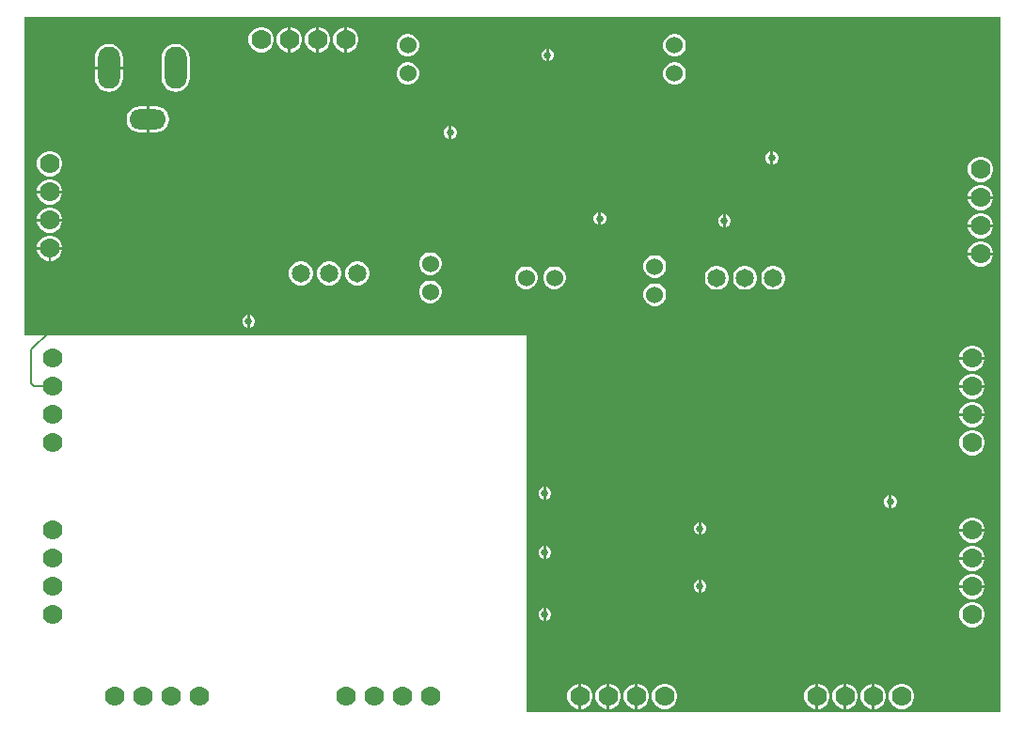
<source format=gbl>
G04*
G04 #@! TF.GenerationSoftware,Altium Limited,Altium Designer,24.1.2 (44)*
G04*
G04 Layer_Physical_Order=2*
G04 Layer_Color=16711680*
%FSLAX44Y44*%
%MOMM*%
G71*
G04*
G04 #@! TF.SameCoordinates,F364B903-5596-4D6A-ADCC-369FF5D97E13*
G04*
G04*
G04 #@! TF.FilePolarity,Positive*
G04*
G01*
G75*
%ADD12C,0.1524*%
%ADD36C,1.5240*%
%ADD37C,1.6500*%
%ADD38O,2.0000X3.8000*%
%ADD39O,3.3000X1.8000*%
%ADD40C,1.7780*%
%ADD41C,0.6350*%
G36*
X883820Y3909D02*
X457200D01*
Y342900D01*
X5179D01*
Y629821D01*
X883820D01*
Y3909D01*
D02*
G37*
%LPC*%
G36*
X296145Y621030D02*
X295910D01*
Y609600D01*
Y598170D01*
X296145D01*
X299052Y598949D01*
X301658Y600454D01*
X303786Y602582D01*
X305291Y605188D01*
X306070Y608095D01*
Y611105D01*
X305291Y614012D01*
X303786Y616618D01*
X301658Y618746D01*
X299052Y620251D01*
X296145Y621030D01*
D02*
G37*
G36*
X293370D02*
X293135D01*
X290228Y620251D01*
X287622Y618746D01*
X285494Y616618D01*
X283989Y614012D01*
X283210Y611105D01*
Y608095D01*
X283989Y605188D01*
X285494Y602582D01*
X287622Y600454D01*
X290228Y598949D01*
X293135Y598170D01*
X293370D01*
Y609600D01*
Y621030D01*
D02*
G37*
G36*
X270745D02*
X270510D01*
Y609600D01*
Y598170D01*
X270745D01*
X273652Y598949D01*
X276258Y600454D01*
X278386Y602582D01*
X279891Y605188D01*
X280670Y608095D01*
Y611105D01*
X279891Y614012D01*
X278386Y616618D01*
X276258Y618746D01*
X273652Y620251D01*
X270745Y621030D01*
D02*
G37*
G36*
X267970D02*
X267735D01*
X264828Y620251D01*
X262222Y618746D01*
X260094Y616618D01*
X258589Y614012D01*
X257810Y611105D01*
Y608095D01*
X258589Y605188D01*
X260094Y602582D01*
X262222Y600454D01*
X264828Y598949D01*
X267735Y598170D01*
X267970D01*
Y609600D01*
Y621030D01*
D02*
G37*
G36*
X245345D02*
X245110D01*
Y609600D01*
Y598170D01*
X245345D01*
X248252Y598949D01*
X250858Y600454D01*
X252986Y602582D01*
X254491Y605188D01*
X255270Y608095D01*
Y611105D01*
X254491Y614012D01*
X252986Y616618D01*
X250858Y618746D01*
X248252Y620251D01*
X245345Y621030D01*
D02*
G37*
G36*
X242570D02*
X242335D01*
X239428Y620251D01*
X236822Y618746D01*
X234694Y616618D01*
X233189Y614012D01*
X232410Y611105D01*
Y608095D01*
X233189Y605188D01*
X234694Y602582D01*
X236822Y600454D01*
X239428Y598949D01*
X242335Y598170D01*
X242570D01*
Y609600D01*
Y621030D01*
D02*
G37*
G36*
X219945D02*
X216935D01*
X214028Y620251D01*
X211422Y618746D01*
X209294Y616618D01*
X207789Y614012D01*
X207010Y611105D01*
Y608095D01*
X207789Y605188D01*
X209294Y602582D01*
X211422Y600454D01*
X214028Y598949D01*
X216935Y598170D01*
X219945D01*
X222852Y598949D01*
X225458Y600454D01*
X227586Y602582D01*
X229091Y605188D01*
X229870Y608095D01*
Y611105D01*
X229091Y614012D01*
X227586Y616618D01*
X225458Y618746D01*
X222852Y620251D01*
X219945Y621030D01*
D02*
G37*
G36*
X591888Y614680D02*
X589212D01*
X586628Y613988D01*
X584312Y612650D01*
X582420Y610758D01*
X581082Y608442D01*
X580390Y605858D01*
Y603182D01*
X581082Y600598D01*
X582420Y598282D01*
X584312Y596390D01*
X586628Y595052D01*
X589212Y594360D01*
X591888D01*
X594472Y595052D01*
X596788Y596390D01*
X598680Y598282D01*
X600018Y600598D01*
X600710Y603182D01*
Y605858D01*
X600018Y608442D01*
X598680Y610758D01*
X596788Y612650D01*
X594472Y613988D01*
X591888Y614680D01*
D02*
G37*
G36*
X351858D02*
X349182D01*
X346598Y613988D01*
X344282Y612650D01*
X342390Y610758D01*
X341052Y608442D01*
X340360Y605858D01*
Y603182D01*
X341052Y600598D01*
X342390Y598282D01*
X344282Y596390D01*
X346598Y595052D01*
X349182Y594360D01*
X351858D01*
X354442Y595052D01*
X356758Y596390D01*
X358650Y598282D01*
X359988Y600598D01*
X360680Y603182D01*
Y605858D01*
X359988Y608442D01*
X358650Y610758D01*
X356758Y612650D01*
X354442Y613988D01*
X351858Y614680D01*
D02*
G37*
G36*
X477520Y601290D02*
Y595630D01*
Y589970D01*
X479487Y590785D01*
X481095Y592393D01*
X481965Y594493D01*
Y596767D01*
X481095Y598867D01*
X479487Y600475D01*
X477520Y601290D01*
D02*
G37*
G36*
X474980D02*
X473013Y600475D01*
X471405Y598867D01*
X470535Y596767D01*
Y594493D01*
X471405Y592393D01*
X473013Y590785D01*
X474980Y589970D01*
Y595630D01*
Y601290D01*
D02*
G37*
G36*
X81280Y605848D02*
X78006Y605417D01*
X74956Y604154D01*
X72336Y602144D01*
X70326Y599524D01*
X69063Y596474D01*
X68632Y593200D01*
Y585470D01*
X81280D01*
X93928D01*
Y593200D01*
X93497Y596474D01*
X92234Y599524D01*
X90224Y602144D01*
X87604Y604154D01*
X84554Y605417D01*
X81280Y605848D01*
D02*
G37*
G36*
X591888Y589280D02*
X589212D01*
X586628Y588588D01*
X584312Y587250D01*
X582420Y585358D01*
X581082Y583042D01*
X580390Y580458D01*
Y577782D01*
X581082Y575198D01*
X582420Y572882D01*
X584312Y570990D01*
X586628Y569652D01*
X589212Y568960D01*
X591888D01*
X594472Y569652D01*
X596788Y570990D01*
X598680Y572882D01*
X600018Y575198D01*
X600710Y577782D01*
Y580458D01*
X600018Y583042D01*
X598680Y585358D01*
X596788Y587250D01*
X594472Y588588D01*
X591888Y589280D01*
D02*
G37*
G36*
X351858D02*
X349182D01*
X346598Y588588D01*
X344282Y587250D01*
X342390Y585358D01*
X341052Y583042D01*
X340360Y580458D01*
Y577782D01*
X341052Y575198D01*
X342390Y572882D01*
X344282Y570990D01*
X346598Y569652D01*
X349182Y568960D01*
X351858D01*
X354442Y569652D01*
X356758Y570990D01*
X358650Y572882D01*
X359988Y575198D01*
X360680Y577782D01*
Y580458D01*
X359988Y583042D01*
X358650Y585358D01*
X356758Y587250D01*
X354442Y588588D01*
X351858Y589280D01*
D02*
G37*
G36*
X141280Y605848D02*
X138006Y605417D01*
X134956Y604154D01*
X132336Y602144D01*
X130326Y599524D01*
X129063Y596474D01*
X128632Y593200D01*
Y575200D01*
X129063Y571926D01*
X130326Y568876D01*
X132336Y566256D01*
X134956Y564246D01*
X138006Y562983D01*
X141280Y562552D01*
X144554Y562983D01*
X147604Y564246D01*
X150224Y566256D01*
X152234Y568876D01*
X153497Y571926D01*
X153928Y575200D01*
Y593200D01*
X153497Y596474D01*
X152234Y599524D01*
X150224Y602144D01*
X147604Y604154D01*
X144554Y605417D01*
X141280Y605848D01*
D02*
G37*
G36*
X93928Y582930D02*
X81280D01*
X68632D01*
Y575200D01*
X69063Y571926D01*
X70326Y568876D01*
X72336Y566256D01*
X74956Y564246D01*
X78006Y562983D01*
X81280Y562552D01*
X84554Y562983D01*
X87604Y564246D01*
X90224Y566256D01*
X92234Y568876D01*
X93497Y571926D01*
X93928Y575200D01*
Y582930D01*
D02*
G37*
G36*
X123780Y549339D02*
X117550D01*
Y537700D01*
Y526060D01*
X123780D01*
X126793Y526457D01*
X129600Y527620D01*
X132010Y529470D01*
X133860Y531880D01*
X135023Y534687D01*
X135420Y537700D01*
X135023Y540713D01*
X133860Y543520D01*
X132010Y545930D01*
X129600Y547780D01*
X126793Y548943D01*
X123780Y549339D01*
D02*
G37*
G36*
X115010D02*
X108780D01*
X105767Y548943D01*
X102960Y547780D01*
X100550Y545930D01*
X98700Y543520D01*
X97537Y540713D01*
X97140Y537700D01*
X97537Y534687D01*
X98700Y531880D01*
X100550Y529470D01*
X102960Y527620D01*
X105767Y526457D01*
X108780Y526060D01*
X115010D01*
Y537700D01*
Y549339D01*
D02*
G37*
G36*
X389890Y531440D02*
Y525780D01*
Y520120D01*
X391857Y520935D01*
X393465Y522543D01*
X394335Y524643D01*
Y526917D01*
X393465Y529017D01*
X391857Y530625D01*
X389890Y531440D01*
D02*
G37*
G36*
X387350D02*
X385383Y530625D01*
X383775Y529017D01*
X382905Y526917D01*
Y524643D01*
X383775Y522543D01*
X385383Y520935D01*
X387350Y520120D01*
Y525780D01*
Y531440D01*
D02*
G37*
G36*
X679450Y508580D02*
Y502920D01*
Y497260D01*
X681417Y498075D01*
X683025Y499683D01*
X683895Y501783D01*
Y504057D01*
X683025Y506157D01*
X681417Y507765D01*
X679450Y508580D01*
D02*
G37*
G36*
X676910D02*
X674943Y507765D01*
X673335Y506157D01*
X672465Y504057D01*
Y501783D01*
X673335Y499683D01*
X674943Y498075D01*
X676910Y497260D01*
Y502920D01*
Y508580D01*
D02*
G37*
G36*
X29445Y509270D02*
X26435D01*
X23528Y508491D01*
X20922Y506986D01*
X18794Y504858D01*
X17289Y502252D01*
X16510Y499345D01*
Y496335D01*
X17289Y493428D01*
X18794Y490822D01*
X20922Y488694D01*
X23528Y487189D01*
X26435Y486410D01*
X29445D01*
X32352Y487189D01*
X34958Y488694D01*
X37086Y490822D01*
X38591Y493428D01*
X39370Y496335D01*
Y499345D01*
X38591Y502252D01*
X37086Y504858D01*
X34958Y506986D01*
X32352Y508491D01*
X29445Y509270D01*
D02*
G37*
G36*
X867645Y504190D02*
X864635D01*
X861728Y503411D01*
X859122Y501906D01*
X856994Y499778D01*
X855489Y497172D01*
X854710Y494265D01*
Y491255D01*
X855489Y488348D01*
X856994Y485742D01*
X859122Y483614D01*
X861728Y482109D01*
X864635Y481330D01*
X867645D01*
X870552Y482109D01*
X873158Y483614D01*
X875286Y485742D01*
X876791Y488348D01*
X877570Y491255D01*
Y494265D01*
X876791Y497172D01*
X875286Y499778D01*
X873158Y501906D01*
X870552Y503411D01*
X867645Y504190D01*
D02*
G37*
G36*
X29445Y483870D02*
X26435D01*
X23528Y483091D01*
X20922Y481586D01*
X18794Y479458D01*
X17289Y476852D01*
X16510Y473945D01*
Y473710D01*
X27940D01*
X39370D01*
Y473945D01*
X38591Y476852D01*
X37086Y479458D01*
X34958Y481586D01*
X32352Y483091D01*
X29445Y483870D01*
D02*
G37*
G36*
X867645Y478790D02*
X864635D01*
X861728Y478011D01*
X859122Y476506D01*
X856994Y474378D01*
X855489Y471772D01*
X854710Y468865D01*
Y468630D01*
X866140D01*
X877570D01*
Y468865D01*
X876791Y471772D01*
X875286Y474378D01*
X873158Y476506D01*
X870552Y478011D01*
X867645Y478790D01*
D02*
G37*
G36*
X39370Y471170D02*
X27940D01*
X16510D01*
Y470935D01*
X17289Y468028D01*
X18794Y465422D01*
X20922Y463294D01*
X23528Y461789D01*
X26435Y461010D01*
X29445D01*
X32352Y461789D01*
X34958Y463294D01*
X37086Y465422D01*
X38591Y468028D01*
X39370Y470935D01*
Y471170D01*
D02*
G37*
G36*
X877570Y466090D02*
X866140D01*
X854710D01*
Y465855D01*
X855489Y462948D01*
X856994Y460342D01*
X859122Y458214D01*
X861728Y456709D01*
X864635Y455930D01*
X867645D01*
X870552Y456709D01*
X873158Y458214D01*
X875286Y460342D01*
X876791Y462948D01*
X877570Y465855D01*
Y466090D01*
D02*
G37*
G36*
X29445Y458470D02*
X26435D01*
X23528Y457691D01*
X20922Y456186D01*
X18794Y454058D01*
X17289Y451452D01*
X16510Y448545D01*
Y448310D01*
X27940D01*
X39370D01*
Y448545D01*
X38591Y451452D01*
X37086Y454058D01*
X34958Y456186D01*
X32352Y457691D01*
X29445Y458470D01*
D02*
G37*
G36*
X867645Y453390D02*
X864635D01*
X861728Y452611D01*
X859122Y451106D01*
X856994Y448978D01*
X855489Y446372D01*
X854710Y443465D01*
Y443230D01*
X866140D01*
X877570D01*
Y443465D01*
X876791Y446372D01*
X875286Y448978D01*
X873158Y451106D01*
X870552Y452611D01*
X867645Y453390D01*
D02*
G37*
G36*
X524510Y453970D02*
Y448310D01*
Y442650D01*
X526477Y443465D01*
X528085Y445073D01*
X528955Y447173D01*
Y449447D01*
X528085Y451547D01*
X526477Y453155D01*
X524510Y453970D01*
D02*
G37*
G36*
X521970D02*
X520003Y453155D01*
X518395Y451547D01*
X517525Y449447D01*
Y447173D01*
X518395Y445073D01*
X520003Y443465D01*
X521970Y442650D01*
Y448310D01*
Y453970D01*
D02*
G37*
G36*
X636770Y451930D02*
Y446270D01*
Y440610D01*
X638737Y441425D01*
X640345Y443033D01*
X641215Y445133D01*
Y447407D01*
X640345Y449507D01*
X638737Y451115D01*
X636770Y451930D01*
D02*
G37*
G36*
X634230D02*
X632263Y451115D01*
X630655Y449507D01*
X629785Y447407D01*
Y445133D01*
X630655Y443033D01*
X632263Y441425D01*
X634230Y440610D01*
Y446270D01*
Y451930D01*
D02*
G37*
G36*
X39370Y445770D02*
X27940D01*
X16510D01*
Y445535D01*
X17289Y442628D01*
X18794Y440022D01*
X20922Y437894D01*
X23528Y436389D01*
X26435Y435610D01*
X29445D01*
X32352Y436389D01*
X34958Y437894D01*
X37086Y440022D01*
X38591Y442628D01*
X39370Y445535D01*
Y445770D01*
D02*
G37*
G36*
X877570Y440690D02*
X866140D01*
X854710D01*
Y440455D01*
X855489Y437548D01*
X856994Y434942D01*
X859122Y432814D01*
X861728Y431309D01*
X864635Y430530D01*
X867645D01*
X870552Y431309D01*
X873158Y432814D01*
X875286Y434942D01*
X876791Y437548D01*
X877570Y440455D01*
Y440690D01*
D02*
G37*
G36*
X29445Y433070D02*
X26435D01*
X23528Y432291D01*
X20922Y430786D01*
X18794Y428658D01*
X17289Y426052D01*
X16510Y423145D01*
Y422910D01*
X27940D01*
X39370D01*
Y423145D01*
X38591Y426052D01*
X37086Y428658D01*
X34958Y430786D01*
X32352Y432291D01*
X29445Y433070D01*
D02*
G37*
G36*
X867645Y427990D02*
X864635D01*
X861728Y427211D01*
X859122Y425706D01*
X856994Y423578D01*
X855489Y420972D01*
X854710Y418065D01*
Y417830D01*
X866140D01*
X877570D01*
Y418065D01*
X876791Y420972D01*
X875286Y423578D01*
X873158Y425706D01*
X870552Y427211D01*
X867645Y427990D01*
D02*
G37*
G36*
X39370Y420370D02*
X27940D01*
X16510D01*
Y420135D01*
X17289Y417228D01*
X18794Y414622D01*
X20922Y412494D01*
X23528Y410989D01*
X26435Y410210D01*
X29445D01*
X32352Y410989D01*
X34958Y412494D01*
X37086Y414622D01*
X38591Y417228D01*
X39370Y420135D01*
Y420370D01*
D02*
G37*
G36*
X877570Y415290D02*
X866140D01*
X854710D01*
Y415055D01*
X855489Y412148D01*
X856994Y409542D01*
X859122Y407414D01*
X861728Y405909D01*
X864635Y405130D01*
X867645D01*
X870552Y405909D01*
X873158Y407414D01*
X875286Y409542D01*
X876791Y412148D01*
X877570Y415055D01*
Y415290D01*
D02*
G37*
G36*
X372178Y417830D02*
X369502D01*
X366918Y417138D01*
X364602Y415800D01*
X362710Y413908D01*
X361372Y411592D01*
X360680Y409008D01*
Y406332D01*
X361372Y403748D01*
X362710Y401432D01*
X364602Y399540D01*
X366918Y398202D01*
X369502Y397510D01*
X372178D01*
X374762Y398202D01*
X377078Y399540D01*
X378970Y401432D01*
X380308Y403748D01*
X381000Y406332D01*
Y409008D01*
X380308Y411592D01*
X378970Y413908D01*
X377078Y415800D01*
X374762Y417138D01*
X372178Y417830D01*
D02*
G37*
G36*
X574108Y415290D02*
X571432D01*
X568848Y414598D01*
X566532Y413260D01*
X564640Y411368D01*
X563302Y409052D01*
X562610Y406468D01*
Y403792D01*
X563302Y401208D01*
X564640Y398892D01*
X566532Y397000D01*
X568848Y395662D01*
X571432Y394970D01*
X574108D01*
X576692Y395662D01*
X579008Y397000D01*
X580900Y398892D01*
X582238Y401208D01*
X582930Y403792D01*
Y406468D01*
X582238Y409052D01*
X580900Y411368D01*
X579008Y413260D01*
X576692Y414598D01*
X574108Y415290D01*
D02*
G37*
G36*
X306220Y409570D02*
X303379D01*
X300635Y408835D01*
X298175Y407414D01*
X296166Y405405D01*
X294745Y402945D01*
X294010Y400201D01*
Y397360D01*
X294745Y394615D01*
X296166Y392155D01*
X298175Y390146D01*
X300635Y388725D01*
X303379Y387990D01*
X306220D01*
X308965Y388725D01*
X311425Y390146D01*
X313434Y392155D01*
X314855Y394615D01*
X315590Y397360D01*
Y400201D01*
X314855Y402945D01*
X313434Y405405D01*
X311425Y407414D01*
X308965Y408835D01*
X306220Y409570D01*
D02*
G37*
G36*
X280821D02*
X277980D01*
X275235Y408835D01*
X272775Y407414D01*
X270766Y405405D01*
X269345Y402945D01*
X268610Y400201D01*
Y397360D01*
X269345Y394615D01*
X270766Y392155D01*
X272775Y390146D01*
X275235Y388725D01*
X277980Y387990D01*
X280821D01*
X283565Y388725D01*
X286025Y390146D01*
X288034Y392155D01*
X289455Y394615D01*
X290190Y397360D01*
Y400201D01*
X289455Y402945D01*
X288034Y405405D01*
X286025Y407414D01*
X283565Y408835D01*
X280821Y409570D01*
D02*
G37*
G36*
X255420D02*
X252579D01*
X249835Y408835D01*
X247375Y407414D01*
X245366Y405405D01*
X243945Y402945D01*
X243210Y400201D01*
Y397360D01*
X243945Y394615D01*
X245366Y392155D01*
X247375Y390146D01*
X249835Y388725D01*
X252579Y387990D01*
X255420D01*
X258165Y388725D01*
X260625Y390146D01*
X262634Y392155D01*
X264055Y394615D01*
X264790Y397360D01*
Y400201D01*
X264055Y402945D01*
X262634Y405405D01*
X260625Y407414D01*
X258165Y408835D01*
X255420Y409570D01*
D02*
G37*
G36*
X483938Y405130D02*
X481262D01*
X478678Y404438D01*
X476362Y403100D01*
X474470Y401208D01*
X473132Y398892D01*
X472440Y396308D01*
Y393632D01*
X473132Y391048D01*
X474470Y388732D01*
X476362Y386840D01*
X478678Y385502D01*
X481262Y384810D01*
X483938D01*
X486522Y385502D01*
X488838Y386840D01*
X490730Y388732D01*
X492068Y391048D01*
X492760Y393632D01*
Y396308D01*
X492068Y398892D01*
X490730Y401208D01*
X488838Y403100D01*
X486522Y404438D01*
X483938Y405130D01*
D02*
G37*
G36*
X458538D02*
X455862D01*
X453278Y404438D01*
X450962Y403100D01*
X449070Y401208D01*
X447732Y398892D01*
X447040Y396308D01*
Y393632D01*
X447732Y391048D01*
X449070Y388732D01*
X450962Y386840D01*
X453278Y385502D01*
X455862Y384810D01*
X458538D01*
X461122Y385502D01*
X463438Y386840D01*
X465330Y388732D01*
X466668Y391048D01*
X467360Y393632D01*
Y396308D01*
X466668Y398892D01*
X465330Y401208D01*
X463438Y403100D01*
X461122Y404438D01*
X458538Y405130D01*
D02*
G37*
G36*
X680871Y405760D02*
X678029D01*
X675285Y405025D01*
X672825Y403604D01*
X670816Y401595D01*
X669395Y399135D01*
X668660Y396390D01*
Y393549D01*
X669395Y390805D01*
X670816Y388345D01*
X672825Y386336D01*
X675285Y384915D01*
X678029Y384180D01*
X680871D01*
X683615Y384915D01*
X686075Y386336D01*
X688084Y388345D01*
X689505Y390805D01*
X690240Y393549D01*
Y396390D01*
X689505Y399135D01*
X688084Y401595D01*
X686075Y403604D01*
X683615Y405025D01*
X680871Y405760D01*
D02*
G37*
G36*
X655471D02*
X652629D01*
X649885Y405025D01*
X647425Y403604D01*
X645416Y401595D01*
X643995Y399135D01*
X643260Y396390D01*
Y393549D01*
X643995Y390805D01*
X645416Y388345D01*
X647425Y386336D01*
X649885Y384915D01*
X652629Y384180D01*
X655471D01*
X658215Y384915D01*
X660675Y386336D01*
X662684Y388345D01*
X664105Y390805D01*
X664840Y393549D01*
Y396390D01*
X664105Y399135D01*
X662684Y401595D01*
X660675Y403604D01*
X658215Y405025D01*
X655471Y405760D01*
D02*
G37*
G36*
X630070D02*
X627229D01*
X624485Y405025D01*
X622025Y403604D01*
X620016Y401595D01*
X618595Y399135D01*
X617860Y396390D01*
Y393549D01*
X618595Y390805D01*
X620016Y388345D01*
X622025Y386336D01*
X624485Y384915D01*
X627229Y384180D01*
X630070D01*
X632815Y384915D01*
X635275Y386336D01*
X637284Y388345D01*
X638705Y390805D01*
X639440Y393549D01*
Y396390D01*
X638705Y399135D01*
X637284Y401595D01*
X635275Y403604D01*
X632815Y405025D01*
X630070Y405760D01*
D02*
G37*
G36*
X372178Y392430D02*
X369502D01*
X366918Y391738D01*
X364602Y390400D01*
X362710Y388508D01*
X361372Y386192D01*
X360680Y383608D01*
Y380932D01*
X361372Y378348D01*
X362710Y376032D01*
X364602Y374140D01*
X366918Y372802D01*
X369502Y372110D01*
X372178D01*
X374762Y372802D01*
X377078Y374140D01*
X378970Y376032D01*
X380308Y378348D01*
X381000Y380932D01*
Y383608D01*
X380308Y386192D01*
X378970Y388508D01*
X377078Y390400D01*
X374762Y391738D01*
X372178Y392430D01*
D02*
G37*
G36*
X574108Y389890D02*
X571432D01*
X568848Y389198D01*
X566532Y387860D01*
X564640Y385968D01*
X563302Y383652D01*
X562610Y381068D01*
Y378392D01*
X563302Y375808D01*
X564640Y373492D01*
X566532Y371600D01*
X568848Y370262D01*
X571432Y369570D01*
X574108D01*
X576692Y370262D01*
X579008Y371600D01*
X580900Y373492D01*
X582238Y375808D01*
X582930Y378392D01*
Y381068D01*
X582238Y383652D01*
X580900Y385968D01*
X579008Y387860D01*
X576692Y389198D01*
X574108Y389890D01*
D02*
G37*
G36*
X208280Y361260D02*
Y355600D01*
Y349940D01*
X210247Y350755D01*
X211855Y352363D01*
X212725Y354463D01*
Y356737D01*
X211855Y358837D01*
X210247Y360445D01*
X208280Y361260D01*
D02*
G37*
G36*
X205740D02*
X203773Y360445D01*
X202165Y358837D01*
X201295Y356737D01*
Y354463D01*
X202165Y352363D01*
X203773Y350755D01*
X205740Y349940D01*
Y355600D01*
Y361260D01*
D02*
G37*
G36*
X860025Y334010D02*
X857015D01*
X854108Y333231D01*
X851502Y331726D01*
X849374Y329598D01*
X847869Y326992D01*
X847090Y324085D01*
Y323850D01*
X858520D01*
X869950D01*
Y324085D01*
X869171Y326992D01*
X867666Y329598D01*
X865538Y331726D01*
X862932Y333231D01*
X860025Y334010D01*
D02*
G37*
G36*
X869950Y321310D02*
X858520D01*
X847090D01*
Y321075D01*
X847869Y318168D01*
X849374Y315562D01*
X851502Y313434D01*
X854108Y311929D01*
X857015Y311150D01*
X860025D01*
X862932Y311929D01*
X865538Y313434D01*
X867666Y315562D01*
X869171Y318168D01*
X869950Y321075D01*
Y321310D01*
D02*
G37*
G36*
X860025Y308610D02*
X857015D01*
X854108Y307831D01*
X851502Y306326D01*
X849374Y304198D01*
X847869Y301592D01*
X847090Y298685D01*
Y298450D01*
X858520D01*
X869950D01*
Y298685D01*
X869171Y301592D01*
X867666Y304198D01*
X865538Y306326D01*
X862932Y307831D01*
X860025Y308610D01*
D02*
G37*
G36*
X869950Y295910D02*
X858520D01*
X847090D01*
Y295675D01*
X847869Y292768D01*
X849374Y290162D01*
X851502Y288034D01*
X854108Y286529D01*
X857015Y285750D01*
X860025D01*
X862932Y286529D01*
X865538Y288034D01*
X867666Y290162D01*
X869171Y292768D01*
X869950Y295675D01*
Y295910D01*
D02*
G37*
G36*
X860025Y283210D02*
X857015D01*
X854108Y282431D01*
X851502Y280926D01*
X849374Y278798D01*
X847869Y276192D01*
X847090Y273285D01*
Y273050D01*
X858520D01*
X869950D01*
Y273285D01*
X869171Y276192D01*
X867666Y278798D01*
X865538Y280926D01*
X862932Y282431D01*
X860025Y283210D01*
D02*
G37*
G36*
X869950Y270510D02*
X858520D01*
X847090D01*
Y270275D01*
X847869Y267368D01*
X849374Y264762D01*
X851502Y262634D01*
X854108Y261129D01*
X857015Y260350D01*
X860025D01*
X862932Y261129D01*
X865538Y262634D01*
X867666Y264762D01*
X869171Y267368D01*
X869950Y270275D01*
Y270510D01*
D02*
G37*
G36*
X860025Y257810D02*
X857015D01*
X854108Y257031D01*
X851502Y255526D01*
X849374Y253398D01*
X847869Y250792D01*
X847090Y247885D01*
Y244875D01*
X847869Y241968D01*
X849374Y239362D01*
X851502Y237234D01*
X854108Y235729D01*
X857015Y234950D01*
X860025D01*
X862932Y235729D01*
X865538Y237234D01*
X867666Y239362D01*
X869171Y241968D01*
X869950Y244875D01*
Y247885D01*
X869171Y250792D01*
X867666Y253398D01*
X865538Y255526D01*
X862932Y257031D01*
X860025Y257810D01*
D02*
G37*
G36*
X474980Y206320D02*
Y200660D01*
Y195000D01*
X476947Y195815D01*
X478555Y197423D01*
X479425Y199523D01*
Y201797D01*
X478555Y203897D01*
X476947Y205505D01*
X474980Y206320D01*
D02*
G37*
G36*
X472440D02*
X470473Y205505D01*
X468865Y203897D01*
X467995Y201797D01*
Y199523D01*
X468865Y197423D01*
X470473Y195815D01*
X472440Y195000D01*
Y200660D01*
Y206320D01*
D02*
G37*
G36*
X786130Y198700D02*
Y193040D01*
Y187380D01*
X788097Y188195D01*
X789705Y189803D01*
X790575Y191903D01*
Y194177D01*
X789705Y196277D01*
X788097Y197885D01*
X786130Y198700D01*
D02*
G37*
G36*
X783590D02*
X781623Y197885D01*
X780015Y196277D01*
X779145Y194177D01*
Y191903D01*
X780015Y189803D01*
X781623Y188195D01*
X783590Y187380D01*
Y193040D01*
Y198700D01*
D02*
G37*
G36*
X860025Y179070D02*
X857015D01*
X854108Y178291D01*
X851502Y176786D01*
X849374Y174658D01*
X847869Y172052D01*
X847090Y169145D01*
Y168910D01*
X858520D01*
X869950D01*
Y169145D01*
X869171Y172052D01*
X867666Y174658D01*
X865538Y176786D01*
X862932Y178291D01*
X860025Y179070D01*
D02*
G37*
G36*
X614680Y174570D02*
Y168910D01*
Y163250D01*
X616647Y164065D01*
X618255Y165673D01*
X619125Y167773D01*
Y170047D01*
X618255Y172147D01*
X616647Y173755D01*
X614680Y174570D01*
D02*
G37*
G36*
X612140D02*
X610173Y173755D01*
X608565Y172147D01*
X607695Y170047D01*
Y167773D01*
X608565Y165673D01*
X610173Y164065D01*
X612140Y163250D01*
Y168910D01*
Y174570D01*
D02*
G37*
G36*
X869950Y166370D02*
X858520D01*
X847090D01*
Y166135D01*
X847869Y163228D01*
X849374Y160622D01*
X851502Y158494D01*
X854108Y156989D01*
X857015Y156210D01*
X860025D01*
X862932Y156989D01*
X865538Y158494D01*
X867666Y160622D01*
X869171Y163228D01*
X869950Y166135D01*
Y166370D01*
D02*
G37*
G36*
X860025Y153670D02*
X857015D01*
X854108Y152891D01*
X851502Y151386D01*
X849374Y149258D01*
X847869Y146652D01*
X847090Y143745D01*
Y143510D01*
X858520D01*
X869950D01*
Y143745D01*
X869171Y146652D01*
X867666Y149258D01*
X865538Y151386D01*
X862932Y152891D01*
X860025Y153670D01*
D02*
G37*
G36*
X474980Y152980D02*
Y147320D01*
Y141660D01*
X476947Y142475D01*
X478555Y144083D01*
X479425Y146183D01*
Y148457D01*
X478555Y150557D01*
X476947Y152165D01*
X474980Y152980D01*
D02*
G37*
G36*
X472440D02*
X470473Y152165D01*
X468865Y150557D01*
X467995Y148457D01*
Y146183D01*
X468865Y144083D01*
X470473Y142475D01*
X472440Y141660D01*
Y147320D01*
Y152980D01*
D02*
G37*
G36*
X869950Y140970D02*
X858520D01*
X847090D01*
Y140735D01*
X847869Y137828D01*
X849374Y135222D01*
X851502Y133094D01*
X854108Y131589D01*
X857015Y130810D01*
X860025D01*
X862932Y131589D01*
X865538Y133094D01*
X867666Y135222D01*
X869171Y137828D01*
X869950Y140735D01*
Y140970D01*
D02*
G37*
G36*
X860025Y128270D02*
X857015D01*
X854108Y127491D01*
X851502Y125986D01*
X849374Y123858D01*
X847869Y121252D01*
X847090Y118345D01*
Y118110D01*
X858520D01*
X869950D01*
Y118345D01*
X869171Y121252D01*
X867666Y123858D01*
X865538Y125986D01*
X862932Y127491D01*
X860025Y128270D01*
D02*
G37*
G36*
X614680Y122500D02*
Y116840D01*
Y111180D01*
X616647Y111995D01*
X618255Y113603D01*
X619125Y115703D01*
Y117977D01*
X618255Y120077D01*
X616647Y121685D01*
X614680Y122500D01*
D02*
G37*
G36*
X612140D02*
X610173Y121685D01*
X608565Y120077D01*
X607695Y117977D01*
Y115703D01*
X608565Y113603D01*
X610173Y111995D01*
X612140Y111180D01*
Y116840D01*
Y122500D01*
D02*
G37*
G36*
X869950Y115570D02*
X858520D01*
X847090D01*
Y115335D01*
X847869Y112428D01*
X849374Y109822D01*
X851502Y107694D01*
X854108Y106189D01*
X857015Y105410D01*
X860025D01*
X862932Y106189D01*
X865538Y107694D01*
X867666Y109822D01*
X869171Y112428D01*
X869950Y115335D01*
Y115570D01*
D02*
G37*
G36*
X474980Y97100D02*
Y91440D01*
Y85780D01*
X476947Y86595D01*
X478555Y88203D01*
X479425Y90303D01*
Y92577D01*
X478555Y94677D01*
X476947Y96285D01*
X474980Y97100D01*
D02*
G37*
G36*
X472440D02*
X470473Y96285D01*
X468865Y94677D01*
X467995Y92577D01*
Y90303D01*
X468865Y88203D01*
X470473Y86595D01*
X472440Y85780D01*
Y91440D01*
Y97100D01*
D02*
G37*
G36*
X860025Y102870D02*
X857015D01*
X854108Y102091D01*
X851502Y100586D01*
X849374Y98458D01*
X847869Y95852D01*
X847090Y92945D01*
Y89935D01*
X847869Y87028D01*
X849374Y84422D01*
X851502Y82294D01*
X854108Y80789D01*
X857015Y80010D01*
X860025D01*
X862932Y80789D01*
X865538Y82294D01*
X867666Y84422D01*
X869171Y87028D01*
X869950Y89935D01*
Y92945D01*
X869171Y95852D01*
X867666Y98458D01*
X865538Y100586D01*
X862932Y102091D01*
X860025Y102870D01*
D02*
G37*
G36*
X796525Y29210D02*
X793515D01*
X790608Y28431D01*
X788002Y26926D01*
X785874Y24798D01*
X784369Y22192D01*
X783590Y19285D01*
Y16275D01*
X784369Y13368D01*
X785874Y10762D01*
X788002Y8634D01*
X790608Y7129D01*
X793515Y6350D01*
X796525D01*
X799432Y7129D01*
X802038Y8634D01*
X804166Y10762D01*
X805671Y13368D01*
X806450Y16275D01*
Y19285D01*
X805671Y22192D01*
X804166Y24798D01*
X802038Y26926D01*
X799432Y28431D01*
X796525Y29210D01*
D02*
G37*
G36*
X771125D02*
X770890D01*
Y17780D01*
Y6350D01*
X771125D01*
X774032Y7129D01*
X776638Y8634D01*
X778766Y10762D01*
X780271Y13368D01*
X781050Y16275D01*
Y19285D01*
X780271Y22192D01*
X778766Y24798D01*
X776638Y26926D01*
X774032Y28431D01*
X771125Y29210D01*
D02*
G37*
G36*
X768350D02*
X768115D01*
X765208Y28431D01*
X762602Y26926D01*
X760474Y24798D01*
X758969Y22192D01*
X758190Y19285D01*
Y16275D01*
X758969Y13368D01*
X760474Y10762D01*
X762602Y8634D01*
X765208Y7129D01*
X768115Y6350D01*
X768350D01*
Y17780D01*
Y29210D01*
D02*
G37*
G36*
X745725D02*
X745490D01*
Y17780D01*
Y6350D01*
X745725D01*
X748632Y7129D01*
X751238Y8634D01*
X753366Y10762D01*
X754871Y13368D01*
X755650Y16275D01*
Y19285D01*
X754871Y22192D01*
X753366Y24798D01*
X751238Y26926D01*
X748632Y28431D01*
X745725Y29210D01*
D02*
G37*
G36*
X742950D02*
X742715D01*
X739808Y28431D01*
X737202Y26926D01*
X735074Y24798D01*
X733569Y22192D01*
X732790Y19285D01*
Y16275D01*
X733569Y13368D01*
X735074Y10762D01*
X737202Y8634D01*
X739808Y7129D01*
X742715Y6350D01*
X742950D01*
Y17780D01*
Y29210D01*
D02*
G37*
G36*
X720325D02*
X720090D01*
Y17780D01*
Y6350D01*
X720325D01*
X723232Y7129D01*
X725838Y8634D01*
X727966Y10762D01*
X729471Y13368D01*
X730250Y16275D01*
Y19285D01*
X729471Y22192D01*
X727966Y24798D01*
X725838Y26926D01*
X723232Y28431D01*
X720325Y29210D01*
D02*
G37*
G36*
X717550D02*
X717315D01*
X714408Y28431D01*
X711802Y26926D01*
X709674Y24798D01*
X708169Y22192D01*
X707390Y19285D01*
Y16275D01*
X708169Y13368D01*
X709674Y10762D01*
X711802Y8634D01*
X714408Y7129D01*
X717315Y6350D01*
X717550D01*
Y17780D01*
Y29210D01*
D02*
G37*
G36*
X583165D02*
X580155D01*
X577248Y28431D01*
X574642Y26926D01*
X572514Y24798D01*
X571009Y22192D01*
X570230Y19285D01*
Y16275D01*
X571009Y13368D01*
X572514Y10762D01*
X574642Y8634D01*
X577248Y7129D01*
X580155Y6350D01*
X583165D01*
X586072Y7129D01*
X588678Y8634D01*
X590806Y10762D01*
X592311Y13368D01*
X593090Y16275D01*
Y19285D01*
X592311Y22192D01*
X590806Y24798D01*
X588678Y26926D01*
X586072Y28431D01*
X583165Y29210D01*
D02*
G37*
G36*
X557765D02*
X557530D01*
Y17780D01*
Y6350D01*
X557765D01*
X560672Y7129D01*
X563278Y8634D01*
X565406Y10762D01*
X566911Y13368D01*
X567690Y16275D01*
Y19285D01*
X566911Y22192D01*
X565406Y24798D01*
X563278Y26926D01*
X560672Y28431D01*
X557765Y29210D01*
D02*
G37*
G36*
X554990D02*
X554755D01*
X551848Y28431D01*
X549242Y26926D01*
X547114Y24798D01*
X545609Y22192D01*
X544830Y19285D01*
Y16275D01*
X545609Y13368D01*
X547114Y10762D01*
X549242Y8634D01*
X551848Y7129D01*
X554755Y6350D01*
X554990D01*
Y17780D01*
Y29210D01*
D02*
G37*
G36*
X532365D02*
X532130D01*
Y17780D01*
Y6350D01*
X532365D01*
X535272Y7129D01*
X537878Y8634D01*
X540006Y10762D01*
X541511Y13368D01*
X542290Y16275D01*
Y19285D01*
X541511Y22192D01*
X540006Y24798D01*
X537878Y26926D01*
X535272Y28431D01*
X532365Y29210D01*
D02*
G37*
G36*
X529590D02*
X529355D01*
X526448Y28431D01*
X523842Y26926D01*
X521714Y24798D01*
X520209Y22192D01*
X519430Y19285D01*
Y16275D01*
X520209Y13368D01*
X521714Y10762D01*
X523842Y8634D01*
X526448Y7129D01*
X529355Y6350D01*
X529590D01*
Y17780D01*
Y29210D01*
D02*
G37*
G36*
X506965D02*
X506730D01*
Y17780D01*
Y6350D01*
X506965D01*
X509872Y7129D01*
X512478Y8634D01*
X514606Y10762D01*
X516111Y13368D01*
X516890Y16275D01*
Y19285D01*
X516111Y22192D01*
X514606Y24798D01*
X512478Y26926D01*
X509872Y28431D01*
X506965Y29210D01*
D02*
G37*
G36*
X504190D02*
X503955D01*
X501048Y28431D01*
X498442Y26926D01*
X496314Y24798D01*
X494809Y22192D01*
X494030Y19285D01*
Y16275D01*
X494809Y13368D01*
X496314Y10762D01*
X498442Y8634D01*
X501048Y7129D01*
X503955Y6350D01*
X504190D01*
Y17780D01*
Y29210D01*
D02*
G37*
%LPD*%
D12*
X13970Y297180D02*
X30480D01*
X11430Y299720D02*
X13970Y297180D01*
X11430Y299720D02*
Y330200D01*
X27940Y346710D01*
Y421640D01*
D36*
X572770Y405130D02*
D03*
Y379730D02*
D03*
X370840Y407670D02*
D03*
Y382270D02*
D03*
X590550Y604520D02*
D03*
Y579120D02*
D03*
X457200Y394970D02*
D03*
X482600D02*
D03*
X350520Y604520D02*
D03*
Y579120D02*
D03*
D37*
X679450Y394970D02*
D03*
X654050D02*
D03*
X628650D02*
D03*
X254000Y398780D02*
D03*
X279400D02*
D03*
X304800D02*
D03*
D38*
X141280Y584200D02*
D03*
X81280D02*
D03*
D39*
X116280Y537700D02*
D03*
D40*
X243840Y609600D02*
D03*
X218440D02*
D03*
X294640D02*
D03*
X269240D02*
D03*
X866140Y467360D02*
D03*
Y492760D02*
D03*
Y416560D02*
D03*
Y441960D02*
D03*
X769620Y17780D02*
D03*
X795020D02*
D03*
X718820D02*
D03*
X744220D02*
D03*
X556260D02*
D03*
X581660D02*
D03*
X505460D02*
D03*
X530860D02*
D03*
X858520Y116840D02*
D03*
Y91440D02*
D03*
Y167640D02*
D03*
Y142240D02*
D03*
Y271780D02*
D03*
Y246380D02*
D03*
Y322580D02*
D03*
Y297180D02*
D03*
X30480Y142240D02*
D03*
Y167640D02*
D03*
Y91440D02*
D03*
Y116840D02*
D03*
X345440Y17780D02*
D03*
X370840D02*
D03*
X294640D02*
D03*
X320040D02*
D03*
X137160D02*
D03*
X162560D02*
D03*
X86360D02*
D03*
X111760D02*
D03*
X27940Y472440D02*
D03*
Y497840D02*
D03*
Y421640D02*
D03*
Y447040D02*
D03*
X30480Y297180D02*
D03*
Y322580D02*
D03*
Y246380D02*
D03*
Y271780D02*
D03*
D41*
X678180Y502920D02*
D03*
X635500Y446270D02*
D03*
X476250Y595630D02*
D03*
X613410Y116840D02*
D03*
Y168910D02*
D03*
X784860Y193040D02*
D03*
X473710Y91440D02*
D03*
Y147320D02*
D03*
Y200660D02*
D03*
X388620Y525780D02*
D03*
X523240Y448310D02*
D03*
X207010Y355600D02*
D03*
M02*

</source>
